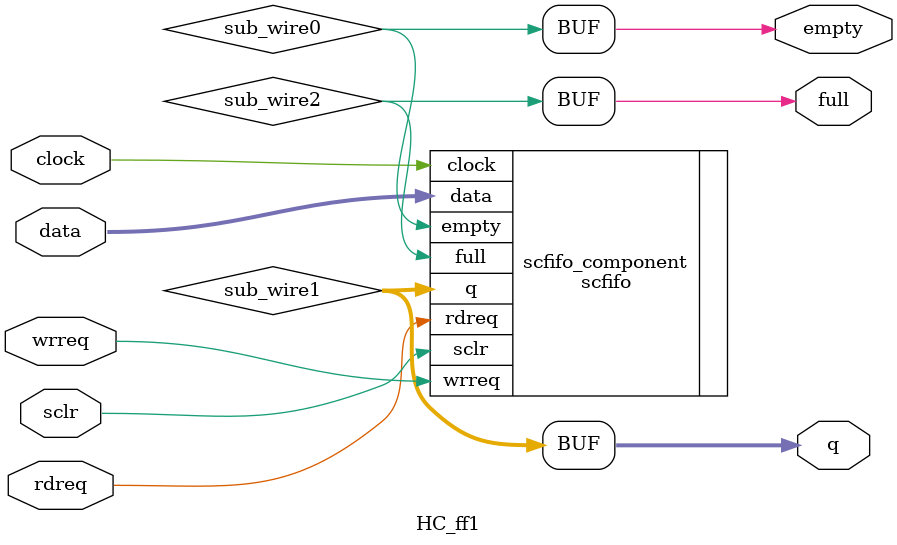
<source format=v>
module ic_hc_input_preparation (
				clk,
				reset_n,
				// Inputs
				HC_inputready,
				HC_readdata,
				ff0_rdreq,
				ff1_rdreq,
				// Outputs
				ff0_empty,
				ff0_full,
				ff0_almost_empty,
				ff0_almost_full,
				ff0_q,
				ff1_empty,
				ff1_full,
				ff1_q
			);
			
// ----------------------------------------------------
input			clk,
				reset_n,
				HC_inputready,
				ff0_rdreq,
				ff1_rdreq;
input	[103:0]	HC_readdata;
output			ff0_empty,
				ff0_full,
				ff0_almost_empty,
				ff0_almost_full,
				ff1_empty,
				ff1_full;				
output	[5:0]	ff1_q;
output	[103:0]	ff0_q;

// ----------------------------------------------------
wire			MUX0_select,
				MUX1_select,
				EOB_outputready,
				ff0_wren,
				ff2_full,
				ff2_empty,
				ff2_rdreq,
				ff3_full,
				ff3_empty,
				ff3_rdreq,
				ff2_wren,
				ff3_wren;
wire	[5:0]	EOB_q;
wire	[103:0]	ff0_data,
				ff2_data,
				ff3_data,
				ff2_q,
				ff3_q;

// ----------------------------------------------------
HC_IP_control_unit HC_IP_CONTROL_UNIT (
				.clk				(clk),
				.reset_n			(reset_n),
				// Inputs 
				.MUX0_select		(MUX0_select),
				.MUX1_select		(MUX1_select),
				.ff2_full			(ff2_full),
				.ff2_empty			(ff2_empty),
				.ff3_full			(ff3_full),
				.ff3_empty			(ff3_empty),
				.EOB_q				(EOB_q),
				.HC_inputready		(HC_inputready),
				// Outputs
				.ff2_rdreq			(ff2_rdreq),
				.ff3_rdreq			(ff3_rdreq),
				.ff2_wren			(ff2_wren),
				.ff3_wren			(ff3_wren),
				.ff0_wren			(ff0_wren)
			);
			
// 1
HC_check_EOB HC_CHECK_EOB (
				.clk				(clk),
				.reset_n			(reset_n),
				.inputready			(HC_inputready),
				.readdata			(HC_readdata),
				.outputready		(EOB_outputready),
				.writedata			(EOB_q)
			);				
// 1
HC_mux_1to2 HC_MUX_1TO2 (
				.select				(MUX0_select),
				.a					(HC_readdata),
				.a1					(ff2_data),		// select = 1
				.a0					(ff3_data)		// select = 0
			);
// 2			
HC_ff_8x104 HC_FIFO_2 (
				.clock				(clk),
				.data				(ff2_data),
				.rdreq				(ff2_rdreq),
				.sclr				(~reset_n),
				.wrreq				(ff2_wren),
				.empty				(ff2_empty),
				.full				(ff2_full),
				.q					(ff2_q)
			);
// 2
HC_ff_8x104 HC_FIFO_3 (
				.clock				(clk),
				.data				(ff3_data),
				.rdreq				(ff3_rdreq),
				.sclr				(~reset_n),
				.wrreq				(ff3_wren),
				.empty				(ff3_empty),
				.full				(ff3_full),
				.q					(ff3_q)
			);
// 3			
HC_mux_2to1 HC_MUX_2TO1 (
				.select				(MUX1_select),
				.a1					(ff2_q),		// select = 1
				.a0					(ff3_q),		// select = 0
				.a					(ff0_data)
			);
// 4
HC_ff0 HC_FIFO_0(
				.clock				(clk),
				.data				(ff0_data),
				.rdreq				(ff0_rdreq),
				.sclr				(~reset_n),
				.wrreq				(ff0_wren),
				.empty				(ff0_empty),
				.almost_empty		(ff0_almost_empty),
				.almost_full		(ff0_almost_full),
				.full				(ff0_full),	
				.q					(ff0_q)
			);
// 4
HC_ff1 HC_EOB_FIFO (
				.clock				(clk),
				.data				(EOB_q),
				.rdreq				(ff1_rdreq),
				.sclr				(~reset_n),
				.wrreq				(EOB_outputready),
				.empty				(ff1_empty),
				.full				(ff1_full),
				.q					(ff1_q)
			);		
endmodule 

// *******************************************************************
// HC Input Preparation Control Unit
// *******************************************************************
module HC_IP_control_unit(
				clk,
				reset_n,
				// Inputs 
				ff2_full,
				ff2_empty,
				ff3_full,
				ff3_empty,
				EOB_q,
				HC_inputready,
				// Outputs
				MUX0_select,
				MUX1_select,
				ff2_rdreq,
				ff3_rdreq,
				ff2_wren,
				ff3_wren,
				ff0_wren				
			);
// -----------------------------------------			
input			clk,
				reset_n,
				ff2_full,
				ff2_empty,
				ff3_full,
				ff3_empty,
				HC_inputready;
input	[5:0]	EOB_q;
output			MUX0_select,
				MUX1_select,
				ff2_rdreq,
				ff3_rdreq,
				ff2_wren,
				ff3_wren,
				ff0_wren;
				
// -----------------------------------------
wire	[6:0]	count_shl3;		

// -----------------------------------------				
reg				ff2_rdreq,
				ff3_rdreq,
				s1_ff2_rdreq,
				s1_ff3_rdreq,
				ff_select;
reg		[3:0]	count_r, 
				count_w;

// ------------------------------------------				
assign ff2_wren = (~reset_n) ? 1'b0 : (HC_inputready && MUX0_select);
assign ff3_wren = (~reset_n) ? 1'b0 : (HC_inputready && ~MUX0_select);

assign ff0_wren = (s1_ff2_rdreq || s1_ff3_rdreq) && (count_shl3 <= EOB_q);

assign count_shl3 = {count_r[2:0], 3'h0};

assign MUX0_select = ~reset_n ? 1'b0 : ~count_w[3];
assign MUX1_select = ~reset_n ? 1'b0 : ~count_r[3];

// -------------------------------------------
always @ (posedge clk)
begin
	if (~reset_n)
		{ff2_rdreq, ff3_rdreq} <= {2{1'b0}};	
		
	else if (MUX1_select)
	begin
		if (&count_w[2:0] && HC_inputready)
			ff2_rdreq <= 1'b1;			
		else if (count_r[2:0] == 3'h6)
			ff2_rdreq <= 1'b0;
	end
	
	else
	begin
		if (&count_w[2:0] && HC_inputready)
			ff3_rdreq <= 1'b1;			
		else if (count_r[2:0] == 3'h6)
			ff3_rdreq <= 1'b0;
	end
end

// -------------------------------------------
always @ (posedge clk)
	if (~reset_n)
		{s1_ff2_rdreq, s1_ff3_rdreq} <= {2{1'b0}};
	else
		{s1_ff2_rdreq, s1_ff3_rdreq} <= {ff2_rdreq, ff3_rdreq};
		
// --------------- counter ------------------
always @ (posedge clk)
begin
	if (~reset_n)
		{count_r, count_w} <= {2{4'h0}};
	
	else 
	begin
		if (HC_inputready)
			count_w <= count_w + 1'b1;
		if (s1_ff2_rdreq || s1_ff3_rdreq)
			count_r <= count_r + 1'b1;
	end
end

endmodule 
			
// *******************************************************************
// MUX 2 TO 1
// *******************************************************************
module HC_mux_2to1 (
				select,
				a1,		// select = 1
				a0,		// select = 0
				a
			);
			
input			select;
input	[103:0]	a0,
				a1;
output	[103:0]	a;
				
assign a = select ? a1 : a0;

endmodule

// *******************************************************************
// MUX 1 TO 2
// *******************************************************************
module HC_mux_1to2 (
				select,
				a,
				a1,		// select = 1
				a0		// select = 0
			);
			
input			select;
input	[103:0]	a;
output	[103:0]	a1,
				a0;
				
assign a1 = select ? a : 104'h0;
assign a0 = ~select ? a : 104'h0;

endmodule

// *******************************************************************
// Xac dinh EOB khi doc du lieu tu ngoai vao FIFO
// *******************************************************************	
module HC_check_EOB (
				clk,
				reset_n,
				inputready,
				readdata,
				outputready,
				writedata
			);

input			clk,
				reset_n,
				inputready;
input	[103:0]	readdata;	
// ---------------------------------------
// x[i] = 0: gia tri vao bang 0
// x[i] = 1: gia tri vao khac 0
output			outputready;
output	[5:0]	writedata;

wire	[12:0]	x7, x6, x5, x4, x3, x2, x1, x0;
wire 	[5:0]  	count_shl3;

reg				outputready,
				pre_outputready;
reg		[2:0]	count;
reg		[5:0]	EOB;

// Xac dinh gia tri dua vao = 0 hay khac 0
assign x7 = |readdata[103:91];
assign x6 = |readdata[90:78];
assign x5 = |readdata[77:65];
assign x4 = |readdata[64:52];
assign x3 = |readdata[51:39];
assign x2 = |readdata[38:26];
assign x1 = |readdata[25:13];
assign x0 = |readdata[12:0];

assign count_shl3 = (count << 2'h3);
assign writedata = EOB;

// ----------------------
always @ (posedge clk)
  if (~reset_n)
    pre_outputready <= 1'b0;
  else if (inputready && (&count))
    pre_outputready <= 1'b1;
  else
    pre_outputready <= 1'b0;
	
// --- du lieu ngo ra ---
always @ (posedge clk)
	if (~reset_n)
		outputready <= 1'b0;
	else
		outputready <= pre_outputready;

// --- EOB ---
always @ (posedge clk)
begin
	if (~reset_n)
	begin
		count 	<= 3'h0;
		EOB		<= 6'h0;
	end
	else if (inputready)
	begin
		count <= count + 1'b1;
		if (&count && pre_outputready)
			EOB <= 6'h0;			
		else
    		EOB	 <= x7 ? (3'h7 + count_shl3) : 
					x6 ? (3'h6 + count_shl3) :
					x5 ? (3'h5 + count_shl3) : 
					x4 ? (3'h4 + count_shl3) :
					x3 ? (3'h3 + count_shl3) :
					x2 ? (3'h2 + count_shl3) :
					x1 ? (3'h1 + count_shl3) : 
					x0 ? (3'h0 + count_shl3) : EOB;
	end		
end
endmodule 
			
// *******************************************************************
// FIFO 8 x 104
// *******************************************************************
module HC_ff_8x104 (
	clock,
	data,
	rdreq,
	sclr,
	wrreq,
	empty,
	full,
	q);

	input	  clock;
	input	[103:0]  data;
	input	  rdreq;
	input	  sclr;
	input	  wrreq;
	output	  empty;
	output	  full;
	output	[103:0]  q;

	wire  sub_wire0;
	wire [103:0] sub_wire1;
	wire  sub_wire2;
	wire  empty = sub_wire0;
	wire [103:0] q = sub_wire1[103:0];
	wire  full = sub_wire2;

	scfifo	scfifo_component (
				.rdreq (rdreq),
				.sclr (sclr),
				.clock (clock),
				.wrreq (wrreq),
				.data (data),
				.empty (sub_wire0),
				.q (sub_wire1),
				.full (sub_wire2)
				// synopsys translate_off
				,
				.aclr (),
				.almost_empty (),
				.almost_full (),
				.usedw ()
				// synopsys translate_on
				);
	defparam
		scfifo_component.add_ram_output_register = "OFF",
		scfifo_component.intended_device_family = "Stratix III",
		scfifo_component.lpm_numwords = 8,
		scfifo_component.lpm_showahead = "OFF",
		scfifo_component.lpm_type = "scfifo",
		scfifo_component.lpm_width = 104,
		scfifo_component.lpm_widthu = 3,
		scfifo_component.overflow_checking = "ON",
		scfifo_component.underflow_checking = "ON",
		scfifo_component.use_eab = "ON";
endmodule

// *******************************************************************
// FIFO 0
// *******************************************************************
module HC_ff0 (
	clock,
	data,
	rdreq,
	sclr,
	wrreq,
	almost_empty,
	almost_full,
	empty,
	full,
	q);

	input	  clock;
	input	[103:0]  data;
	input	  rdreq;
	input	  sclr;
	input	  wrreq;
	output	  almost_empty;
	output	  almost_full;
	output	  empty;
	output	  full;
	output	[103:0]  q;

	wire  sub_wire0;
	wire  sub_wire1;
	wire  sub_wire2;
	wire [103:0] sub_wire3;
	wire  sub_wire4;
	wire  almost_full = sub_wire0;
	wire  empty = sub_wire1;
	wire  almost_empty = sub_wire2;
	wire [103:0] q = sub_wire3[103:0];
	wire  full = sub_wire4;

	scfifo	scfifo_component (
				.rdreq (rdreq),
				.sclr (sclr),
				.clock (clock),
				.wrreq (wrreq),
				.data (data),
				.almost_full (sub_wire0),
				.empty (sub_wire1),
				.almost_empty (sub_wire2),
				.q (sub_wire3),
				.full (sub_wire4)
				// synopsys translate_off
				,
				.aclr (),
				.usedw ()
				// synopsys translate_on
				);
	defparam
		scfifo_component.add_ram_output_register = "OFF",
		scfifo_component.almost_empty_value = 128,
		scfifo_component.almost_full_value = 512,
		scfifo_component.intended_device_family = "Stratix III",
		scfifo_component.lpm_numwords = 768,
		scfifo_component.lpm_showahead = "OFF",
		scfifo_component.lpm_type = "scfifo",
		scfifo_component.lpm_width = 104,
		scfifo_component.lpm_widthu = 10,
		scfifo_component.overflow_checking = "ON",
		scfifo_component.underflow_checking = "ON",
		scfifo_component.use_eab = "ON";


endmodule

// *******************************************************************
// FIFO EOB
// *******************************************************************
module HC_ff1 (
	clock,
	data,
	rdreq,
	sclr,
	wrreq,
	empty,
	full,
	q);

	input	  clock;
	input	[5:0]  data;
	input	  rdreq;
	input	  sclr;
	input	  wrreq;
	output	  empty;
	output	  full;
	output	[5:0]  q;

	wire  sub_wire0;
	wire [5:0] sub_wire1;
	wire  sub_wire2;
	wire  empty = sub_wire0;
	wire [5:0] q = sub_wire1[5:0];
	wire  full = sub_wire2;

	scfifo	scfifo_component (
				.rdreq (rdreq),
				.sclr (sclr),
				.clock (clock),
				.wrreq (wrreq),
				.data (data),
				.empty (sub_wire0),
				.q (sub_wire1),
				.full (sub_wire2)
				// synopsys translate_off
				,
				.aclr (),
				.almost_empty (),
				.almost_full (),
				.usedw ()
				// synopsys translate_on
				);
	defparam
		scfifo_component.add_ram_output_register = "OFF",
		scfifo_component.intended_device_family = "Stratix III",
		scfifo_component.lpm_numwords = 512,
		scfifo_component.lpm_showahead = "OFF",
		scfifo_component.lpm_type = "scfifo",
		scfifo_component.lpm_width = 6,
		scfifo_component.lpm_widthu = 9,
		scfifo_component.overflow_checking = "ON",
		scfifo_component.underflow_checking = "ON",
		scfifo_component.use_eab = "ON";
endmodule


</source>
